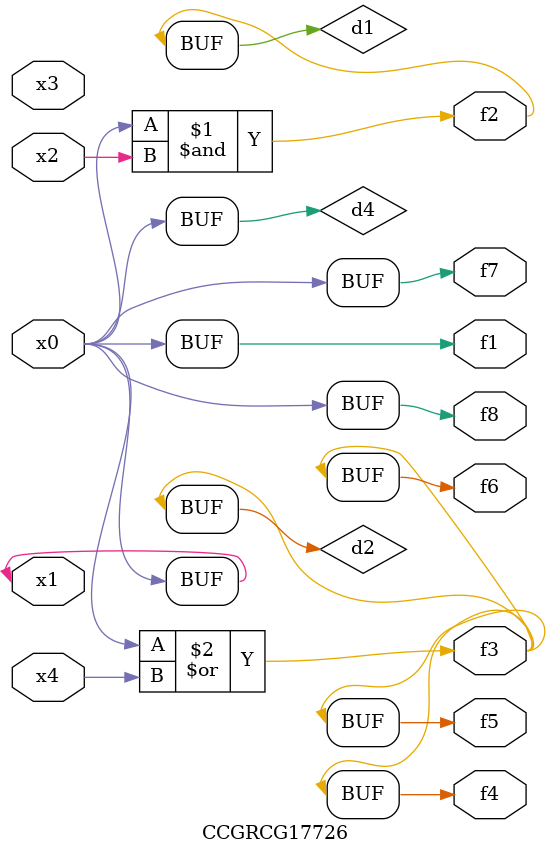
<source format=v>
module CCGRCG17726(
	input x0, x1, x2, x3, x4,
	output f1, f2, f3, f4, f5, f6, f7, f8
);

	wire d1, d2, d3, d4;

	and (d1, x0, x2);
	or (d2, x0, x4);
	nand (d3, x0, x2);
	buf (d4, x0, x1);
	assign f1 = d4;
	assign f2 = d1;
	assign f3 = d2;
	assign f4 = d2;
	assign f5 = d2;
	assign f6 = d2;
	assign f7 = d4;
	assign f8 = d4;
endmodule

</source>
